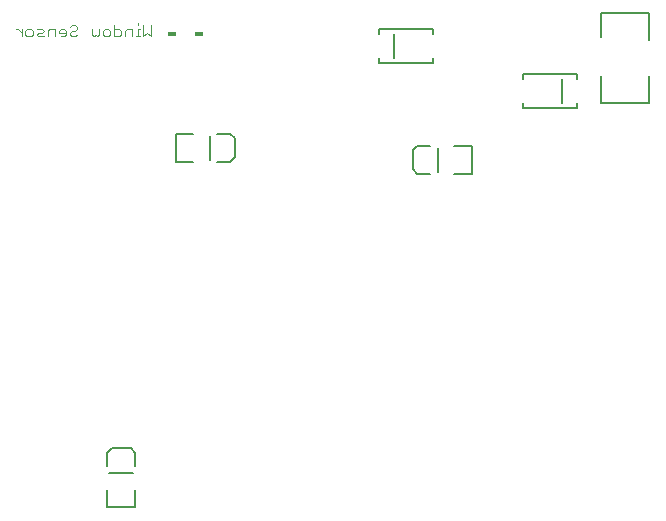
<source format=gbo>
G75*
%MOIN*%
%OFA0B0*%
%FSLAX24Y24*%
%IPPOS*%
%LPD*%
%AMOC8*
5,1,8,0,0,1.08239X$1,22.5*
%
%ADD10C,0.0030*%
%ADD11C,0.0080*%
%ADD12C,0.0050*%
%ADD13R,0.0300X0.0180*%
D10*
X000588Y018115D02*
X000588Y018362D01*
X000465Y018362D02*
X000588Y018238D01*
X000709Y018177D02*
X000709Y018300D01*
X000771Y018362D01*
X000895Y018362D01*
X000956Y018300D01*
X000956Y018177D01*
X000895Y018115D01*
X000771Y018115D01*
X000709Y018177D01*
X000465Y018362D02*
X000403Y018362D01*
X001078Y018362D02*
X001263Y018362D01*
X001325Y018300D01*
X001263Y018238D01*
X001139Y018238D01*
X001078Y018177D01*
X001139Y018115D01*
X001325Y018115D01*
X001446Y018115D02*
X001446Y018300D01*
X001508Y018362D01*
X001693Y018362D01*
X001693Y018115D01*
X001814Y018238D02*
X002061Y018238D01*
X002061Y018177D02*
X002061Y018300D01*
X002000Y018362D01*
X001876Y018362D01*
X001814Y018300D01*
X001814Y018238D01*
X001876Y018115D02*
X002000Y018115D01*
X002061Y018177D01*
X002183Y018177D02*
X002244Y018115D01*
X002368Y018115D01*
X002430Y018177D01*
X002368Y018300D02*
X002244Y018300D01*
X002183Y018238D01*
X002183Y018177D01*
X002368Y018300D02*
X002430Y018362D01*
X002430Y018424D01*
X002368Y018485D01*
X002244Y018485D01*
X002183Y018424D01*
X002919Y018362D02*
X002919Y018177D01*
X002981Y018115D01*
X003043Y018177D01*
X003104Y018115D01*
X003166Y018177D01*
X003166Y018362D01*
X003288Y018300D02*
X003288Y018177D01*
X003349Y018115D01*
X003473Y018115D01*
X003535Y018177D01*
X003535Y018300D01*
X003473Y018362D01*
X003349Y018362D01*
X003288Y018300D01*
X003656Y018362D02*
X003841Y018362D01*
X003903Y018300D01*
X003903Y018177D01*
X003841Y018115D01*
X003656Y018115D01*
X003656Y018485D01*
X004024Y018300D02*
X004024Y018115D01*
X004024Y018300D02*
X004086Y018362D01*
X004271Y018362D01*
X004271Y018115D01*
X004393Y018115D02*
X004517Y018115D01*
X004455Y018115D02*
X004455Y018362D01*
X004517Y018362D01*
X004455Y018485D02*
X004455Y018547D01*
X004638Y018485D02*
X004638Y018115D01*
X004762Y018238D01*
X004885Y018115D01*
X004885Y018485D01*
D11*
X004372Y002416D02*
X003428Y002416D01*
X003428Y003006D01*
X003428Y003794D02*
X003428Y004227D01*
X003585Y004384D01*
X004215Y004384D01*
X004372Y004227D01*
X004372Y003794D01*
X004372Y003006D02*
X004372Y002416D01*
X013773Y013528D02*
X013616Y013685D01*
X013616Y014315D01*
X013773Y014472D01*
X014206Y014472D01*
X014994Y014472D02*
X015584Y014472D01*
X015584Y013528D01*
X014994Y013528D01*
X014206Y013528D02*
X013773Y013528D01*
X017294Y015729D02*
X019106Y015729D01*
X019106Y015906D01*
X018594Y015906D02*
X018594Y016694D01*
X019106Y016694D02*
X019106Y016871D01*
X017294Y016871D01*
X017294Y016694D01*
X017294Y015906D02*
X017294Y015729D01*
X014306Y017229D02*
X014306Y017406D01*
X014306Y017229D02*
X012494Y017229D01*
X012494Y017406D01*
X013006Y017406D02*
X013006Y018194D01*
X012494Y018194D02*
X012494Y018371D01*
X014306Y018371D01*
X014306Y018194D01*
X007684Y014715D02*
X007684Y014085D01*
X007527Y013928D01*
X007094Y013928D01*
X006306Y013928D02*
X005716Y013928D01*
X005716Y014872D01*
X006306Y014872D01*
X007094Y014872D02*
X007527Y014872D01*
X007684Y014715D01*
D12*
X006850Y014800D02*
X006850Y014000D01*
X014450Y014400D02*
X014450Y013600D01*
X019900Y015900D02*
X021500Y015900D01*
X021500Y016800D01*
X021500Y018000D02*
X021500Y018900D01*
X019900Y018900D01*
X019900Y018100D01*
X019900Y016800D02*
X019900Y015900D01*
X004300Y003550D02*
X003500Y003550D01*
D13*
X005600Y018200D03*
X006500Y018200D03*
M02*

</source>
